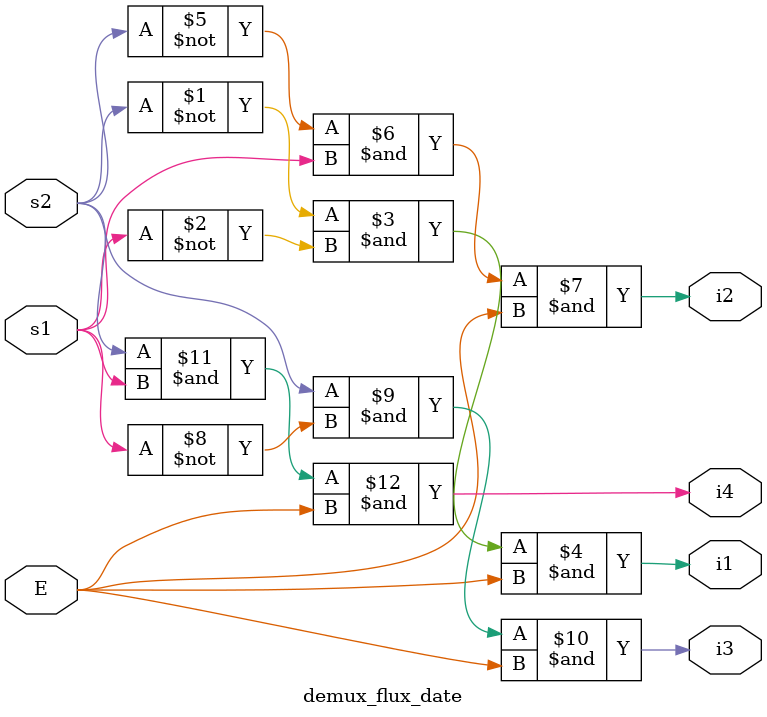
<source format=v>
`timescale 1ns / 1ps
module demux_flux_date (input E, input s1, input s2, output i1, output i2, output i3, output i4);

assign i1 = (~s2 & ~s1 & E);
assign i2 = (~s2 & s1 & E);
assign i3 = (s2 & ~s1 & E);
assign i4 = (s2 & s1 & E);


endmodule

</source>
